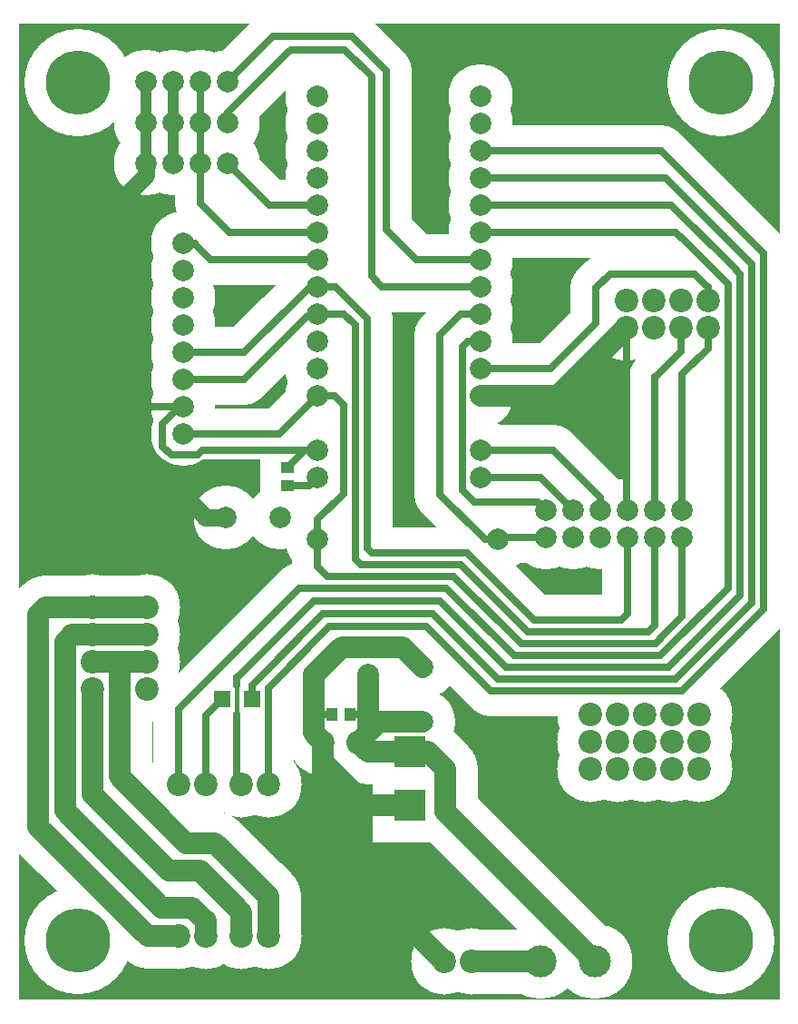
<source format=gbr>
%FSLAX34Y34*%
%MOMM*%
%LNSILK_TOP*%
G71*
G01*
%ADD10C, 6.00*%
%ADD11R, 5.60X5.60*%
%ADD12R, 7.00X7.00*%
%ADD13R, 5.20X5.10*%
%ADD14R, 5.10X5.20*%
%ADD15C, 6.20*%
%ADD16C, 6.20*%
%ADD17C, 2.00*%
%ADD18C, 4.70*%
%ADD19C, 6.00*%
%ADD20C, 6.00*%
%ADD21C, 7.00*%
%ADD22C, 1.00*%
%ADD23C, 5.00*%
%ADD24C, 0.70*%
%ADD25C, 4.40*%
%ADD26C, 1.60*%
%ADD27C, 10.00*%
%ADD28C, 2.00*%
%ADD29R, 1.60X1.60*%
%ADD30R, 3.00X3.00*%
%ADD31R, 1.20X1.10*%
%ADD32R, 1.10X1.20*%
%ADD33C, 2.20*%
%ADD34C, 2.20*%
%ADD35C, 2.00*%
%ADD36C, 3.00*%
%ADD37C, 0.40*%
%ADD38C, 6.00*%
%LPD*%
G36*
X0Y1000000D02*
X710000Y1000000D01*
X710000Y90000D01*
X0Y90000D01*
X0Y1000000D01*
G37*
%LPC*%
X431200Y932691D02*
G54D10*
D03*
X431200Y907291D02*
G54D10*
D03*
X431200Y881891D02*
G54D10*
D03*
X431200Y856491D02*
G54D10*
D03*
X431200Y831091D02*
G54D10*
D03*
X431200Y805691D02*
G54D10*
D03*
X431200Y780291D02*
G54D10*
D03*
X431200Y754891D02*
G54D10*
D03*
X431200Y729491D02*
G54D10*
D03*
X431200Y704091D02*
G54D10*
D03*
X431200Y678691D02*
G54D10*
D03*
X431200Y653291D02*
G54D10*
D03*
X431200Y602491D02*
G54D10*
D03*
X431200Y577091D02*
G54D10*
D03*
X278800Y932691D02*
G54D10*
D03*
X278800Y907291D02*
G54D10*
D03*
X278800Y881891D02*
G54D10*
D03*
X278800Y856491D02*
G54D10*
D03*
X278800Y831091D02*
G54D10*
D03*
X278800Y805691D02*
G54D10*
D03*
X278800Y780291D02*
G54D10*
D03*
X278800Y754891D02*
G54D10*
D03*
X278800Y729491D02*
G54D10*
D03*
X278800Y704091D02*
G54D10*
D03*
X278800Y678691D02*
G54D10*
D03*
X278800Y653291D02*
G54D10*
D03*
X278800Y602491D02*
G54D10*
D03*
X278800Y577091D02*
G54D10*
D03*
X189300Y370000D02*
G54D11*
D03*
X217300Y370000D02*
G54D11*
D03*
X365000Y321000D02*
G54D12*
D03*
X365000Y271000D02*
G54D12*
D03*
X250500Y586500D02*
G54D13*
D03*
X250500Y569500D02*
G54D13*
D03*
X292000Y356000D02*
G54D14*
D03*
X309000Y356000D02*
G54D14*
D03*
X396700Y125400D02*
G54D15*
D03*
X422100Y125400D02*
G54D15*
D03*
X567000Y742400D02*
G54D16*
D03*
X592400Y742400D02*
G54D16*
D03*
X617800Y742400D02*
G54D16*
D03*
X643200Y742400D02*
G54D16*
D03*
X643200Y717000D02*
G54D16*
D03*
X617800Y717000D02*
G54D16*
D03*
X592400Y717000D02*
G54D16*
D03*
X567000Y717000D02*
G54D16*
D03*
G54D17*
X431200Y653291D02*
X503291Y653291D01*
X567000Y717000D01*
G54D18*
X431200Y678691D02*
X496191Y678691D01*
X538700Y721200D01*
X538700Y753700D01*
X552000Y767000D01*
X631000Y767000D01*
X642000Y756000D01*
G54D18*
X643200Y742400D02*
X643200Y754800D01*
X642000Y756000D01*
X148900Y291000D02*
G54D16*
D03*
X174300Y291000D02*
G54D16*
D03*
X207300Y291000D02*
G54D16*
D03*
X232700Y291000D02*
G54D16*
D03*
X316900Y330000D02*
G54D16*
D03*
X283900Y330000D02*
G54D16*
D03*
X148900Y149000D02*
G54D16*
D03*
X174300Y149000D02*
G54D16*
D03*
X207300Y149000D02*
G54D16*
D03*
X232700Y149000D02*
G54D16*
D03*
G54D19*
X48400Y163500D02*
X48400Y144600D01*
X55000Y138000D01*
X275217Y392999D02*
G54D20*
D03*
X326017Y392999D02*
G54D20*
D03*
G54D17*
X275217Y392999D02*
X275217Y338683D01*
X283900Y330000D01*
G54D19*
X326017Y392999D02*
X326017Y339117D01*
X316900Y330000D01*
G54D17*
X365000Y271000D02*
X324000Y271000D01*
X285000Y310000D01*
G54D17*
X283900Y330000D02*
X283900Y238200D01*
X396700Y125400D01*
G54D18*
X292000Y356000D02*
X272000Y356000D01*
G54D18*
X309000Y356000D02*
X328000Y356000D01*
X376508Y400290D02*
G54D20*
D03*
X376508Y349490D02*
G54D20*
D03*
G54D17*
X325000Y419000D02*
X357799Y419000D01*
X376508Y400290D01*
G54D17*
X325000Y419000D02*
X301218Y419000D01*
X275217Y392999D01*
G54D19*
X376508Y349490D02*
X336390Y349490D01*
X326017Y339117D01*
G54D19*
X365000Y321000D02*
X325900Y321000D01*
X316900Y330000D01*
X487100Y125400D02*
G54D21*
D03*
X537900Y125400D02*
G54D21*
D03*
G54D19*
X422100Y125400D02*
X487100Y125400D01*
G54D19*
X398000Y275000D02*
X398000Y265300D01*
X537900Y125400D01*
G54D19*
X365000Y321000D02*
X382000Y321000D01*
X396000Y307000D01*
G54D19*
X398000Y275000D02*
X398000Y305000D01*
X396000Y307000D01*
X118800Y945800D02*
G54D10*
D03*
X144200Y945800D02*
G54D10*
D03*
X169600Y945800D02*
G54D10*
D03*
X195000Y945800D02*
G54D10*
D03*
X195000Y907700D02*
G54D10*
D03*
X169600Y907700D02*
G54D10*
D03*
X144200Y907700D02*
G54D10*
D03*
X118800Y907700D02*
G54D10*
D03*
X118800Y869600D02*
G54D10*
D03*
X144200Y869600D02*
G54D10*
D03*
X169600Y869600D02*
G54D10*
D03*
X195000Y869600D02*
G54D10*
D03*
G54D22*
X118800Y945800D02*
X118800Y869600D01*
G54D23*
X144200Y945800D02*
X144200Y869600D01*
X153000Y795000D02*
G54D10*
D03*
X153000Y769600D02*
G54D10*
D03*
X153000Y744200D02*
G54D10*
D03*
X153000Y718800D02*
G54D10*
D03*
X153000Y693400D02*
G54D10*
D03*
X153000Y668000D02*
G54D10*
D03*
X153000Y642600D02*
G54D10*
D03*
X153000Y617200D02*
G54D10*
D03*
G54D18*
X153000Y617200D02*
X242709Y617200D01*
X278800Y653291D01*
G54D24*
X134000Y616000D02*
X134000Y627000D01*
X149000Y642000D01*
G54D24*
X154000Y598000D02*
X142000Y598000D01*
X134000Y606000D01*
X134000Y616000D01*
G54D24*
X154000Y598000D02*
X167000Y598000D01*
X171000Y602000D01*
G54D24*
X278800Y602491D02*
X171491Y602491D01*
X171000Y602000D01*
G54D18*
X153000Y668000D02*
X210000Y668000D01*
X267000Y725000D01*
G54D18*
X278800Y729491D02*
X271491Y729491D01*
X267000Y725000D01*
G54D18*
X153000Y693400D02*
X210400Y693400D01*
X268000Y751000D01*
G54D18*
X278800Y754891D02*
X271891Y754891D01*
X268000Y751000D01*
G54D18*
X662000Y724000D02*
X662000Y757000D01*
X622000Y797000D01*
G54D18*
X431200Y805691D02*
X613309Y805691D01*
X622000Y797000D01*
G54D18*
X431200Y831091D02*
X608909Y831091D01*
X667000Y773000D01*
G54D18*
X673000Y745000D02*
X673000Y767000D01*
X667000Y773000D01*
G54D18*
X684000Y746000D02*
X684000Y765000D01*
G54D18*
X695000Y745000D02*
X695000Y764000D01*
G54D18*
X431200Y856491D02*
X603509Y856491D01*
X684000Y776000D01*
X684000Y765000D01*
G54D18*
X431200Y881891D02*
X599109Y881891D01*
X695000Y786000D01*
X695000Y764000D01*
G54D18*
X232700Y291000D02*
X232700Y380700D01*
X290000Y438000D01*
X380000Y438000D01*
X440000Y378000D01*
G54D18*
X695000Y745000D02*
X695000Y529000D01*
G54D18*
X613000Y389000D02*
X684000Y460000D01*
X684000Y746000D01*
G54D18*
X323000Y450000D02*
X284000Y450000D01*
X219000Y385000D01*
G54D18*
X217300Y370000D02*
X217300Y383300D01*
X219000Y385000D01*
G54D18*
X174300Y291000D02*
X174300Y355000D01*
X189300Y370000D01*
G54D18*
X673000Y745000D02*
X673000Y467000D01*
X606000Y400000D01*
X455000Y400000D01*
X393000Y462000D01*
X275000Y462000D01*
X204000Y391000D01*
G54D25*
X203300Y356000D02*
X203300Y383000D01*
G54D18*
X203300Y383000D02*
X203300Y390300D01*
X204000Y391000D01*
G54D18*
X203300Y356000D02*
X203300Y295000D01*
X207300Y291000D01*
G54D18*
X662000Y724000D02*
X662000Y474000D01*
X599000Y411000D01*
X462000Y411000D01*
X399000Y474000D01*
X262000Y474000D01*
X153000Y365000D01*
G54D18*
X148900Y291000D02*
X148900Y360900D01*
X153000Y365000D01*
X193000Y540091D02*
G54D20*
D03*
X243800Y540091D02*
G54D20*
D03*
G54D18*
X278800Y602491D02*
X266491Y602491D01*
X250500Y586500D01*
G54D18*
X250500Y569500D02*
X271209Y569500D01*
X278800Y577091D01*
G54D18*
X278800Y780291D02*
X178709Y780291D01*
X165000Y794000D01*
G54D18*
X153000Y795000D02*
X164000Y795000D01*
X165000Y794000D01*
G54D26*
X96200Y836600D02*
X96200Y617800D01*
X173000Y541000D01*
G54D26*
X193000Y540091D02*
X173909Y540091D01*
X173000Y541000D01*
G54D18*
X278000Y976000D02*
X254000Y976000D01*
X251000Y973000D01*
G54D18*
X278000Y976000D02*
X304000Y976000D01*
X329000Y951000D01*
X329000Y765000D01*
X338000Y756000D01*
G54D18*
X431200Y754891D02*
X339109Y754891D01*
X338000Y756000D01*
G54D18*
X431200Y780291D02*
X370709Y780291D01*
X369000Y782000D01*
X55000Y945000D02*
G54D27*
D03*
X655000Y945000D02*
G54D27*
D03*
X655000Y145000D02*
G54D27*
D03*
G54D26*
X118800Y869600D02*
X118800Y859200D01*
X96200Y836600D01*
G54D18*
X278800Y805691D02*
X196309Y805691D01*
X170000Y832000D01*
G54D18*
X169600Y869600D02*
X169600Y832400D01*
X170000Y832000D01*
G54D18*
X278800Y831091D02*
X233509Y831091D01*
X195000Y869600D01*
G54D18*
X343000Y825000D02*
X343000Y808000D01*
X369000Y782000D01*
G54D18*
X343000Y825000D02*
X343000Y956000D01*
X311000Y988000D01*
X295000Y988000D01*
G54D18*
X169600Y945800D02*
X169600Y869600D01*
G54D18*
X295000Y988000D02*
X237200Y988000D01*
X195000Y945800D01*
G54D18*
X195000Y907700D02*
X195000Y917000D01*
X251000Y973000D01*
X635000Y355600D02*
G54D16*
D03*
X635000Y330200D02*
G54D16*
D03*
X635000Y304800D02*
G54D16*
D03*
X609600Y304800D02*
G54D16*
D03*
X609600Y355600D02*
G54D16*
D03*
X609600Y330200D02*
G54D16*
D03*
X584200Y304800D02*
G54D16*
D03*
X584200Y330200D02*
G54D16*
D03*
X584200Y355600D02*
G54D16*
D03*
X558800Y355600D02*
G54D16*
D03*
X558800Y330200D02*
G54D16*
D03*
X558800Y304800D02*
G54D16*
D03*
X533400Y355600D02*
G54D16*
D03*
X533400Y330200D02*
G54D16*
D03*
X533400Y304800D02*
G54D16*
D03*
X279000Y519000D02*
G54D10*
D03*
X447000Y519000D02*
G54D10*
D03*
X119550Y455950D02*
G54D16*
D03*
X119550Y430550D02*
G54D16*
D03*
X119550Y405150D02*
G54D16*
D03*
X119550Y379750D02*
G54D16*
D03*
X68750Y379750D02*
G54D16*
D03*
X68750Y405150D02*
G54D16*
D03*
X68750Y430550D02*
G54D16*
D03*
X68750Y455950D02*
G54D16*
D03*
X55000Y145000D02*
G54D27*
D03*
G54D19*
X68750Y455950D02*
X24950Y455950D01*
X18000Y449000D01*
G54D19*
X18000Y449000D02*
X18000Y251000D01*
X119000Y150000D01*
G54D19*
X148900Y149000D02*
X120000Y149000D01*
X119000Y150000D01*
G54D19*
X43000Y403000D02*
X43000Y424000D01*
X49000Y430000D01*
G54D19*
X68750Y430550D02*
X49550Y430550D01*
X49000Y430000D01*
G54D19*
X43000Y403000D02*
X43000Y266000D01*
X133000Y176000D01*
X162000Y176000D01*
X174000Y164000D01*
G54D19*
X174300Y149000D02*
X174300Y163700D01*
X174000Y164000D01*
G54D19*
X68750Y405150D02*
X87850Y405150D01*
X94000Y399000D01*
X94000Y298000D01*
X135000Y257000D01*
G54D19*
X68750Y379750D02*
X68750Y281250D01*
X140000Y210000D01*
G54D19*
X140000Y210000D02*
X169000Y210000D01*
X205000Y174000D01*
G54D19*
X207300Y149000D02*
X207300Y171700D01*
X205000Y174000D01*
G54D19*
X232700Y149000D02*
X232700Y186300D01*
X183000Y236000D01*
X156000Y236000D01*
X135000Y257000D01*
G54D19*
X94000Y304000D02*
X94000Y298000D01*
X135000Y257000D01*
G54D18*
X373000Y438000D02*
X380000Y438000D01*
X440000Y378000D01*
X619000Y378000D01*
X695000Y454000D01*
X695000Y529000D01*
G54D18*
X323000Y450000D02*
X386000Y450000D01*
X447000Y389000D01*
X613000Y389000D01*
X683000Y459000D01*
G54D18*
X684000Y535000D02*
X684000Y460000D01*
X683000Y459000D01*
G54D18*
X275000Y462000D02*
X393000Y462000D01*
X455000Y400000D01*
X606000Y400000D01*
X666000Y460000D01*
G54D18*
X673000Y541000D02*
X673000Y467000D01*
X666000Y460000D01*
G54D18*
X262000Y474000D02*
X399000Y474000D01*
X462000Y411000D01*
X599000Y411000D01*
X655000Y467000D01*
G54D18*
X662000Y547000D02*
X662000Y474000D01*
X655000Y467000D01*
G54D18*
X414000Y575000D02*
X414000Y699000D01*
X419000Y704000D01*
G54D18*
X431200Y704091D02*
X419091Y704091D01*
X419000Y704000D01*
G54D18*
X279000Y519000D02*
X279000Y538000D01*
X303000Y562000D01*
X303000Y645000D01*
X295709Y652291D01*
G54D18*
X278800Y653291D02*
X294709Y653291D01*
X295709Y652291D01*
G54D18*
X447000Y519000D02*
X435000Y519000D01*
X393000Y561000D01*
X393000Y710000D01*
X411000Y728000D01*
G54D18*
X431200Y729491D02*
X412491Y729491D01*
X411000Y728000D01*
G54D18*
X278800Y729491D02*
X303509Y729491D01*
X314000Y719000D01*
X619200Y546400D02*
G54D10*
D03*
X593800Y546400D02*
G54D10*
D03*
X568400Y546400D02*
G54D10*
D03*
X543000Y546400D02*
G54D10*
D03*
X619200Y521000D02*
G54D10*
D03*
X593800Y521000D02*
G54D10*
D03*
X568400Y521000D02*
G54D10*
D03*
X543000Y521000D02*
G54D10*
D03*
X517600Y521000D02*
G54D10*
D03*
X517600Y546400D02*
G54D10*
D03*
X492200Y521000D02*
G54D10*
D03*
X492200Y546400D02*
G54D10*
D03*
G54D18*
X414000Y575000D02*
X414000Y565000D01*
X425000Y554000D01*
X484600Y554000D01*
X492200Y546400D01*
G54D18*
X431200Y577091D02*
X486909Y577091D01*
X517600Y546400D01*
G54D18*
X431200Y602491D02*
X498509Y602491D01*
X539000Y562000D01*
G54D18*
X543000Y546400D02*
X543000Y558000D01*
X539000Y562000D01*
G54D24*
X567000Y717000D02*
X567000Y547800D01*
X568400Y546400D01*
G54D18*
X617800Y717000D02*
X617800Y694800D01*
X594000Y671000D01*
G54D18*
X593800Y546400D02*
X593800Y670800D01*
X594000Y671000D01*
G54D18*
X643200Y717000D02*
X643200Y697200D01*
X620000Y674000D01*
G54D18*
X619200Y546400D02*
X619200Y673200D01*
X620000Y674000D01*
G54D18*
X288000Y485000D02*
X406000Y485000D01*
X469000Y422000D01*
X594000Y422000D01*
X603000Y431000D01*
G54D18*
X619200Y521000D02*
X619200Y447200D01*
X603000Y431000D01*
G54D18*
X279000Y519000D02*
X279000Y494000D01*
X288000Y485000D01*
G54D18*
X354000Y496000D02*
X412000Y496000D01*
X475000Y433000D01*
X588000Y433000D01*
X592000Y437000D01*
G54D18*
X593800Y521000D02*
X593800Y439200D01*
X592000Y437000D01*
G54D18*
X314000Y617000D02*
X314000Y719000D01*
X303509Y729491D01*
G54D18*
X314000Y617000D02*
X314000Y501000D01*
X319000Y496000D01*
X354000Y496000D01*
G54D18*
X325000Y689000D02*
X325000Y725000D01*
X296000Y754000D01*
G54D18*
X278800Y754891D02*
X295109Y754891D01*
X296000Y754000D01*
G54D18*
X325000Y689000D02*
X325000Y511000D01*
X329000Y507000D01*
X418000Y507000D01*
X481000Y444000D01*
X562000Y444000D01*
X568000Y450000D01*
G54D18*
X568400Y521000D02*
X568400Y450400D01*
X568000Y450000D01*
G54D18*
X492200Y521000D02*
X449000Y521000D01*
X447000Y519000D01*
G54D19*
X68750Y455950D02*
X119550Y455950D01*
G54D19*
X68750Y430550D02*
X119550Y430550D01*
G54D19*
X119550Y405150D02*
X68750Y405150D01*
G54D24*
X153000Y642600D02*
X70600Y642600D01*
X70000Y642000D01*
%LPD*%
X431200Y932691D02*
G54D28*
D03*
X431200Y907291D02*
G54D28*
D03*
X431200Y881891D02*
G54D28*
D03*
X431200Y856491D02*
G54D28*
D03*
X431200Y831091D02*
G54D28*
D03*
X431200Y805691D02*
G54D28*
D03*
X431200Y780291D02*
G54D28*
D03*
X431200Y754891D02*
G54D28*
D03*
X431200Y729491D02*
G54D28*
D03*
X431200Y704091D02*
G54D28*
D03*
X431200Y678691D02*
G54D28*
D03*
X431200Y653291D02*
G54D28*
D03*
X431200Y602491D02*
G54D28*
D03*
X431200Y577091D02*
G54D28*
D03*
X278800Y932691D02*
G54D28*
D03*
X278800Y907291D02*
G54D28*
D03*
X278800Y881891D02*
G54D28*
D03*
X278800Y856491D02*
G54D28*
D03*
X278800Y831091D02*
G54D28*
D03*
X278800Y805691D02*
G54D28*
D03*
X278800Y780291D02*
G54D28*
D03*
X278800Y754891D02*
G54D28*
D03*
X278800Y729491D02*
G54D28*
D03*
X278800Y704091D02*
G54D28*
D03*
X278800Y678691D02*
G54D28*
D03*
X278800Y653291D02*
G54D28*
D03*
X278800Y602491D02*
G54D28*
D03*
X278800Y577091D02*
G54D28*
D03*
X189300Y370000D02*
G54D29*
D03*
X217300Y370000D02*
G54D29*
D03*
X365000Y321000D02*
G54D30*
D03*
X365000Y271000D02*
G54D30*
D03*
X250500Y586500D02*
G54D31*
D03*
X250500Y569500D02*
G54D31*
D03*
X292000Y356000D02*
G54D32*
D03*
X309000Y356000D02*
G54D32*
D03*
X396700Y125400D02*
G54D33*
D03*
X422100Y125400D02*
G54D33*
D03*
X567000Y742400D02*
G54D34*
D03*
X592400Y742400D02*
G54D34*
D03*
X617800Y742400D02*
G54D34*
D03*
X643200Y742400D02*
G54D34*
D03*
X643200Y717000D02*
G54D34*
D03*
X617800Y717000D02*
G54D34*
D03*
X592400Y717000D02*
G54D34*
D03*
X567000Y717000D02*
G54D34*
D03*
G54D17*
X431200Y653291D02*
X503291Y653291D01*
X567000Y717000D01*
G54D24*
X431200Y678691D02*
X496191Y678691D01*
X538700Y721200D01*
X538700Y753700D01*
X552000Y767000D01*
X631000Y767000D01*
X642000Y756000D01*
G54D24*
X643200Y742400D02*
X643200Y754800D01*
X642000Y756000D01*
X148900Y291000D02*
G54D34*
D03*
X174300Y291000D02*
G54D34*
D03*
X207300Y291000D02*
G54D34*
D03*
X232700Y291000D02*
G54D34*
D03*
X316900Y330000D02*
G54D34*
D03*
X283900Y330000D02*
G54D34*
D03*
X148900Y149000D02*
G54D34*
D03*
X174300Y149000D02*
G54D34*
D03*
X207300Y149000D02*
G54D34*
D03*
X232700Y149000D02*
G54D34*
D03*
G54D17*
X48400Y163500D02*
X48400Y144600D01*
X55000Y138000D01*
X275217Y392999D02*
G54D35*
D03*
X326017Y392999D02*
G54D35*
D03*
G54D17*
X275217Y392999D02*
X275217Y338683D01*
X283900Y330000D01*
G54D17*
X326017Y392999D02*
X326017Y339117D01*
X316900Y330000D01*
G54D17*
X365000Y271000D02*
X324000Y271000D01*
X285000Y310000D01*
G54D17*
X283900Y330000D02*
X283900Y238200D01*
X396700Y125400D01*
G54D24*
X292000Y356000D02*
X272000Y356000D01*
G54D24*
X309000Y356000D02*
X328000Y356000D01*
X376508Y400290D02*
G54D35*
D03*
X376508Y349490D02*
G54D35*
D03*
G54D17*
X325000Y419000D02*
X357799Y419000D01*
X376508Y400290D01*
G54D17*
X325000Y419000D02*
X301218Y419000D01*
X275217Y392999D01*
G54D17*
X376508Y349490D02*
X336390Y349490D01*
X326017Y339117D01*
G54D17*
X365000Y321000D02*
X325900Y321000D01*
X316900Y330000D01*
X487100Y125400D02*
G54D36*
D03*
X537900Y125400D02*
G54D36*
D03*
G54D17*
X422100Y125400D02*
X487100Y125400D01*
G54D17*
X398000Y275000D02*
X398000Y265300D01*
X537900Y125400D01*
G54D17*
X365000Y321000D02*
X382000Y321000D01*
X396000Y307000D01*
G54D17*
X398000Y275000D02*
X398000Y305000D01*
X396000Y307000D01*
X118800Y945800D02*
G54D28*
D03*
X144200Y945800D02*
G54D28*
D03*
X169600Y945800D02*
G54D28*
D03*
X195000Y945800D02*
G54D28*
D03*
X195000Y907700D02*
G54D28*
D03*
X169600Y907700D02*
G54D28*
D03*
X144200Y907700D02*
G54D28*
D03*
X118800Y907700D02*
G54D28*
D03*
X118800Y869600D02*
G54D28*
D03*
X144200Y869600D02*
G54D28*
D03*
X169600Y869600D02*
G54D28*
D03*
X195000Y869600D02*
G54D28*
D03*
G54D22*
X118800Y945800D02*
X118800Y869600D01*
G54D22*
X144200Y945800D02*
X144200Y869600D01*
X153000Y795000D02*
G54D28*
D03*
X153000Y769600D02*
G54D28*
D03*
X153000Y744200D02*
G54D28*
D03*
X153000Y718800D02*
G54D28*
D03*
X153000Y693400D02*
G54D28*
D03*
X153000Y668000D02*
G54D28*
D03*
X153000Y642600D02*
G54D28*
D03*
X153000Y617200D02*
G54D28*
D03*
G54D24*
X153000Y617200D02*
X242709Y617200D01*
X278800Y653291D01*
G54D24*
X134000Y616000D02*
X134000Y627000D01*
X149000Y642000D01*
G54D24*
X154000Y598000D02*
X142000Y598000D01*
X134000Y606000D01*
X134000Y616000D01*
G54D24*
X154000Y598000D02*
X167000Y598000D01*
X171000Y602000D01*
G54D24*
X278800Y602491D02*
X171491Y602491D01*
X171000Y602000D01*
G54D24*
X153000Y668000D02*
X210000Y668000D01*
X267000Y725000D01*
G54D24*
X278800Y729491D02*
X271491Y729491D01*
X267000Y725000D01*
G54D24*
X153000Y693400D02*
X210400Y693400D01*
X268000Y751000D01*
G54D24*
X278800Y754891D02*
X271891Y754891D01*
X268000Y751000D01*
G54D24*
X662000Y724000D02*
X662000Y757000D01*
X622000Y797000D01*
G54D24*
X431200Y805691D02*
X613309Y805691D01*
X622000Y797000D01*
G54D24*
X431200Y831091D02*
X608909Y831091D01*
X667000Y773000D01*
G54D24*
X673000Y745000D02*
X673000Y767000D01*
X667000Y773000D01*
G54D24*
X684000Y746000D02*
X684000Y765000D01*
G54D24*
X695000Y745000D02*
X695000Y764000D01*
G54D24*
X431200Y856491D02*
X603509Y856491D01*
X684000Y776000D01*
X684000Y765000D01*
G54D24*
X431200Y881891D02*
X599109Y881891D01*
X695000Y786000D01*
X695000Y764000D01*
G54D24*
X232700Y291000D02*
X232700Y380700D01*
X290000Y438000D01*
X380000Y438000D01*
X440000Y378000D01*
G54D24*
X695000Y745000D02*
X695000Y529000D01*
G54D24*
X613000Y389000D02*
X684000Y460000D01*
X684000Y746000D01*
G54D24*
X323000Y450000D02*
X284000Y450000D01*
X219000Y385000D01*
G54D24*
X217300Y370000D02*
X217300Y383300D01*
X219000Y385000D01*
G54D24*
X174300Y291000D02*
X174300Y355000D01*
X189300Y370000D01*
G54D24*
X673000Y745000D02*
X673000Y467000D01*
X606000Y400000D01*
X455000Y400000D01*
X393000Y462000D01*
X275000Y462000D01*
X204000Y391000D01*
G54D37*
X203300Y356000D02*
X203300Y383000D01*
G54D24*
X203300Y383000D02*
X203300Y390300D01*
X204000Y391000D01*
G54D24*
X203300Y356000D02*
X203300Y295000D01*
X207300Y291000D01*
G54D24*
X662000Y724000D02*
X662000Y474000D01*
X599000Y411000D01*
X462000Y411000D01*
X399000Y474000D01*
X262000Y474000D01*
X153000Y365000D01*
G54D24*
X148900Y291000D02*
X148900Y360900D01*
X153000Y365000D01*
X193000Y540091D02*
G54D35*
D03*
X243800Y540091D02*
G54D35*
D03*
G54D24*
X278800Y602491D02*
X266491Y602491D01*
X250500Y586500D01*
G54D24*
X250500Y569500D02*
X271209Y569500D01*
X278800Y577091D01*
G54D24*
X278800Y780291D02*
X178709Y780291D01*
X165000Y794000D01*
G54D24*
X153000Y795000D02*
X164000Y795000D01*
X165000Y794000D01*
G54D26*
X96200Y836600D02*
X96200Y617800D01*
X173000Y541000D01*
G54D26*
X193000Y540091D02*
X173909Y540091D01*
X173000Y541000D01*
G54D24*
X278000Y976000D02*
X254000Y976000D01*
X251000Y973000D01*
G54D24*
X278000Y976000D02*
X304000Y976000D01*
X329000Y951000D01*
X329000Y765000D01*
X338000Y756000D01*
G54D24*
X431200Y754891D02*
X339109Y754891D01*
X338000Y756000D01*
G54D24*
X431200Y780291D02*
X370709Y780291D01*
X369000Y782000D01*
X55000Y945000D02*
G54D38*
D03*
X655000Y945000D02*
G54D38*
D03*
X655000Y145000D02*
G54D38*
D03*
G54D26*
X118800Y869600D02*
X118800Y859200D01*
X96200Y836600D01*
G54D24*
X278800Y805691D02*
X196309Y805691D01*
X170000Y832000D01*
G54D24*
X169600Y869600D02*
X169600Y832400D01*
X170000Y832000D01*
G54D24*
X278800Y831091D02*
X233509Y831091D01*
X195000Y869600D01*
G54D24*
X343000Y825000D02*
X343000Y808000D01*
X369000Y782000D01*
G54D24*
X343000Y825000D02*
X343000Y956000D01*
X311000Y988000D01*
X295000Y988000D01*
G54D24*
X169600Y945800D02*
X169600Y869600D01*
G54D24*
X295000Y988000D02*
X237200Y988000D01*
X195000Y945800D01*
G54D24*
X195000Y907700D02*
X195000Y917000D01*
X251000Y973000D01*
X635000Y355600D02*
G54D34*
D03*
X635000Y330200D02*
G54D34*
D03*
X635000Y304800D02*
G54D34*
D03*
X609600Y304800D02*
G54D34*
D03*
X609600Y355600D02*
G54D34*
D03*
X609600Y330200D02*
G54D34*
D03*
X584200Y304800D02*
G54D34*
D03*
X584200Y330200D02*
G54D34*
D03*
X584200Y355600D02*
G54D34*
D03*
X558800Y355600D02*
G54D34*
D03*
X558800Y330200D02*
G54D34*
D03*
X558800Y304800D02*
G54D34*
D03*
X533400Y355600D02*
G54D34*
D03*
X533400Y330200D02*
G54D34*
D03*
X533400Y304800D02*
G54D34*
D03*
X279000Y519000D02*
G54D28*
D03*
X447000Y519000D02*
G54D28*
D03*
X119550Y455950D02*
G54D34*
D03*
X119550Y430550D02*
G54D34*
D03*
X119550Y405150D02*
G54D34*
D03*
X119550Y379750D02*
G54D34*
D03*
X68750Y379750D02*
G54D34*
D03*
X68750Y405150D02*
G54D34*
D03*
X68750Y430550D02*
G54D34*
D03*
X68750Y455950D02*
G54D34*
D03*
X55000Y145000D02*
G54D38*
D03*
G54D17*
X68750Y455950D02*
X24950Y455950D01*
X18000Y449000D01*
G54D17*
X18000Y449000D02*
X18000Y251000D01*
X119000Y150000D01*
G54D17*
X148900Y149000D02*
X120000Y149000D01*
X119000Y150000D01*
G54D17*
X43000Y403000D02*
X43000Y424000D01*
X49000Y430000D01*
G54D17*
X68750Y430550D02*
X49550Y430550D01*
X49000Y430000D01*
G54D17*
X43000Y403000D02*
X43000Y266000D01*
X133000Y176000D01*
X162000Y176000D01*
X174000Y164000D01*
G54D17*
X174300Y149000D02*
X174300Y163700D01*
X174000Y164000D01*
G54D17*
X68750Y405150D02*
X87850Y405150D01*
X94000Y399000D01*
X94000Y298000D01*
X135000Y257000D01*
G54D17*
X68750Y379750D02*
X68750Y281250D01*
X140000Y210000D01*
G54D17*
X140000Y210000D02*
X169000Y210000D01*
X205000Y174000D01*
G54D17*
X207300Y149000D02*
X207300Y171700D01*
X205000Y174000D01*
G54D17*
X232700Y149000D02*
X232700Y186300D01*
X183000Y236000D01*
X156000Y236000D01*
X135000Y257000D01*
G54D17*
X94000Y304000D02*
X94000Y298000D01*
X135000Y257000D01*
G54D24*
X373000Y438000D02*
X380000Y438000D01*
X440000Y378000D01*
X619000Y378000D01*
X695000Y454000D01*
X695000Y529000D01*
G54D24*
X323000Y450000D02*
X386000Y450000D01*
X447000Y389000D01*
X613000Y389000D01*
X683000Y459000D01*
G54D24*
X684000Y535000D02*
X684000Y460000D01*
X683000Y459000D01*
G54D24*
X275000Y462000D02*
X393000Y462000D01*
X455000Y400000D01*
X606000Y400000D01*
X666000Y460000D01*
G54D24*
X673000Y541000D02*
X673000Y467000D01*
X666000Y460000D01*
G54D24*
X262000Y474000D02*
X399000Y474000D01*
X462000Y411000D01*
X599000Y411000D01*
X655000Y467000D01*
G54D24*
X662000Y547000D02*
X662000Y474000D01*
X655000Y467000D01*
G54D24*
X414000Y575000D02*
X414000Y699000D01*
X419000Y704000D01*
G54D24*
X431200Y704091D02*
X419091Y704091D01*
X419000Y704000D01*
G54D24*
X279000Y519000D02*
X279000Y538000D01*
X303000Y562000D01*
X303000Y645000D01*
X295709Y652291D01*
G54D24*
X278800Y653291D02*
X294709Y653291D01*
X295709Y652291D01*
G54D24*
X447000Y519000D02*
X435000Y519000D01*
X393000Y561000D01*
X393000Y710000D01*
X411000Y728000D01*
G54D24*
X431200Y729491D02*
X412491Y729491D01*
X411000Y728000D01*
G54D24*
X278800Y729491D02*
X303509Y729491D01*
X314000Y719000D01*
X619200Y546400D02*
G54D28*
D03*
X593800Y546400D02*
G54D28*
D03*
X568400Y546400D02*
G54D28*
D03*
X543000Y546400D02*
G54D28*
D03*
X619200Y521000D02*
G54D28*
D03*
X593800Y521000D02*
G54D28*
D03*
X568400Y521000D02*
G54D28*
D03*
X543000Y521000D02*
G54D28*
D03*
X517600Y521000D02*
G54D28*
D03*
X517600Y546400D02*
G54D28*
D03*
X492200Y521000D02*
G54D28*
D03*
X492200Y546400D02*
G54D28*
D03*
G54D24*
X414000Y575000D02*
X414000Y565000D01*
X425000Y554000D01*
X484600Y554000D01*
X492200Y546400D01*
G54D24*
X431200Y577091D02*
X486909Y577091D01*
X517600Y546400D01*
G54D24*
X431200Y602491D02*
X498509Y602491D01*
X539000Y562000D01*
G54D24*
X543000Y546400D02*
X543000Y558000D01*
X539000Y562000D01*
G54D24*
X567000Y717000D02*
X567000Y547800D01*
X568400Y546400D01*
G54D24*
X617800Y717000D02*
X617800Y694800D01*
X594000Y671000D01*
G54D24*
X593800Y546400D02*
X593800Y670800D01*
X594000Y671000D01*
G54D24*
X643200Y717000D02*
X643200Y697200D01*
X620000Y674000D01*
G54D24*
X619200Y546400D02*
X619200Y673200D01*
X620000Y674000D01*
G54D24*
X288000Y485000D02*
X406000Y485000D01*
X469000Y422000D01*
X594000Y422000D01*
X603000Y431000D01*
G54D24*
X619200Y521000D02*
X619200Y447200D01*
X603000Y431000D01*
G54D24*
X279000Y519000D02*
X279000Y494000D01*
X288000Y485000D01*
G54D24*
X354000Y496000D02*
X412000Y496000D01*
X475000Y433000D01*
X588000Y433000D01*
X592000Y437000D01*
G54D24*
X593800Y521000D02*
X593800Y439200D01*
X592000Y437000D01*
G54D24*
X314000Y617000D02*
X314000Y719000D01*
X303509Y729491D01*
G54D24*
X314000Y617000D02*
X314000Y501000D01*
X319000Y496000D01*
X354000Y496000D01*
G54D24*
X325000Y689000D02*
X325000Y725000D01*
X296000Y754000D01*
G54D24*
X278800Y754891D02*
X295109Y754891D01*
X296000Y754000D01*
G54D24*
X325000Y689000D02*
X325000Y511000D01*
X329000Y507000D01*
X418000Y507000D01*
X481000Y444000D01*
X562000Y444000D01*
X568000Y450000D01*
G54D24*
X568400Y521000D02*
X568400Y450400D01*
X568000Y450000D01*
G54D24*
X492200Y521000D02*
X449000Y521000D01*
X447000Y519000D01*
G54D17*
X68750Y455950D02*
X119550Y455950D01*
G54D17*
X68750Y430550D02*
X119550Y430550D01*
G54D17*
X119550Y405150D02*
X68750Y405150D01*
G54D24*
X153000Y642600D02*
X70600Y642600D01*
X70000Y642000D01*
M02*

</source>
